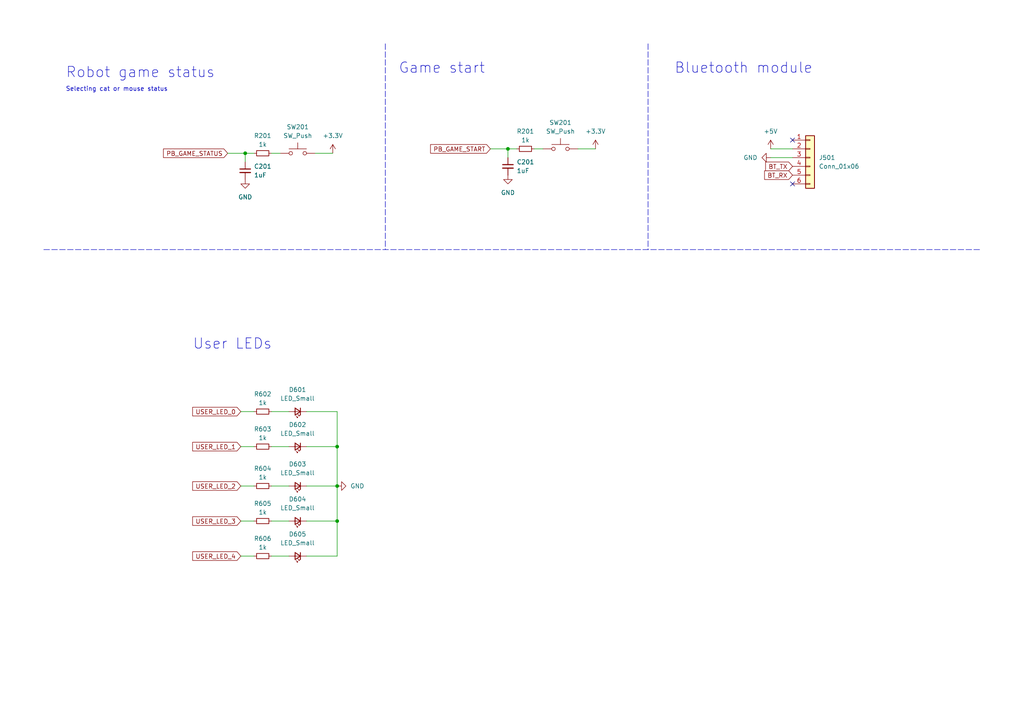
<source format=kicad_sch>
(kicad_sch (version 20230121) (generator eeschema)
  (paper "A4")
  (title_block (title "Robot chat - HIM") (date "2023-09-19") (rev "1.0") (company "ENSEA"))
  (lib_symbols
    (symbol "Connector_Generic:Conn_01x06" (pin_names (offset 1.016) hide)
      (property "Reference" "J" (at 0 7.62 0))
      (property "Value" "Conn_01x06" (at 0 -10.16 0))
      (symbol "Conn_01x06_1_1"
        (rectangle (start -1.27 -7.493) (end 0 -7.747) (stroke (width 0.1524)))
        (rectangle (start -1.27 -4.953) (end 0 -5.207) (stroke (width 0.1524)))
        (rectangle (start -1.27 -2.413) (end 0 -2.667) (stroke (width 0.1524)))
        (rectangle (start -1.27 0.127) (end 0 -0.127) (stroke (width 0.1524)))
        (rectangle (start -1.27 2.667) (end 0 2.413) (stroke (width 0.1524)))
        (rectangle (start -1.27 5.207) (end 0 4.953) (stroke (width 0.1524)))
        (rectangle (start -1.27 6.35) (end 1.27 -8.89) (stroke (width 0.254)) (fill (type background)))
        (pin passive line (at -5.08 5.08 0) (length 3.81) (name "Pin_1") (number "1"))
        (pin passive line (at -5.08 2.54 0) (length 3.81) (name "Pin_2") (number "2"))
        (pin passive line (at -5.08 0 0) (length 3.81) (name "Pin_3") (number "3"))
        (pin passive line (at -5.08 -2.54 0) (length 3.81) (name "Pin_4") (number "4"))
        (pin passive line (at -5.08 -5.08 0) (length 3.81) (name "Pin_5") (number "5"))
        (pin passive line (at -5.08 -7.62 0) (length 3.81) (name "Pin_6") (number "6"))
      )
    )
    (symbol "Device:C_Small" (pin_numbers hide) (pin_names (offset 0.254) hide)
      (property "Reference" "C" (at 0.254 1.778 0))
      (property "Value" "C_Small" (at 0.254 -2.032 0))
      (symbol "C_Small_0_1"
        (polyline (pts (xy -1.524 -0.508) (xy 1.524 -0.508)) (stroke (width 0.3302)))
        (polyline (pts (xy -1.524 0.508) (xy 1.524 0.508)) (stroke (width 0.3048)))
      )
      (symbol "C_Small_1_1"
        (pin passive line (at 0 2.54 270) (length 2.032) (name "~") (number "1"))
        (pin passive line (at 0 -2.54 90) (length 2.032) (name "~") (number "2"))
      )
    )
    (symbol "Device:LED_Small" (pin_numbers hide) (pin_names (offset 0.254) hide)
      (property "Reference" "D" (at -1.27 3.175 0))
      (property "Value" "LED_Small" (at -4.445 -2.54 0))
      (symbol "LED_Small_0_1"
        (polyline (pts (xy -0.762 -1.016) (xy -0.762 1.016)) (stroke (width 0.254)))
        (polyline (pts (xy 1.016 0) (xy -0.762 0)))
        (polyline (pts (xy 0.762 -1.016) (xy -0.762 0) (xy 0.762 1.016) (xy 0.762 -1.016)) (stroke (width 0.254)))
        (polyline (pts (xy 0 0.762) (xy -0.508 1.27) (xy -0.254 1.27) (xy -0.508 1.27) (xy -0.508 1.016)))
        (polyline (pts (xy 0.508 1.27) (xy 0 1.778) (xy 0.254 1.778) (xy 0 1.778) (xy 0 1.524)))
      )
      (symbol "LED_Small_1_1"
        (pin passive line (at -2.54 0 0) (length 1.778) (name "K") (number "1"))
        (pin passive line (at 2.54 0 180) (length 1.778) (name "A") (number "2"))
      )
    )
    (symbol "Device:R_Small" (pin_numbers hide) (pin_names (offset 0.254) hide)
      (property "Reference" "R" (at 0.762 0.508 0))
      (property "Value" "R_Small" (at 0.762 -1.016 0))
      (symbol "R_Small_0_1"
        (rectangle (start -0.762 1.778) (end 0.762 -1.778) (stroke (width 0.2032)))
      )
      (symbol "R_Small_1_1"
        (pin passive line (at 0 2.54 270) (length 0.762) (name "~") (number "1"))
        (pin passive line (at 0 -2.54 90) (length 0.762) (name "~") (number "2"))
      )
    )
    (symbol "Switch:SW_Push" (pin_numbers hide) (pin_names (offset 1.016) hide)
      (property "Reference" "SW" (at 1.27 2.54 0))
      (property "Value" "SW_Push" (at 0 -1.524 0))
      (symbol "SW_Push_0_1"
        (circle (center -2.032 0) (radius 0.508))
        (polyline (pts (xy 0 1.27) (xy 0 3.048)))
        (polyline (pts (xy 2.54 1.27) (xy -2.54 1.27)))
        (circle (center 2.032 0) (radius 0.508))
        (pin passive line (at -5.08 0 0) (length 2.54) (name "1") (number "1"))
        (pin passive line (at 5.08 0 180) (length 2.54) (name "2") (number "2"))
      )
    )
    (symbol "power:+3.3V" (power) (pin_names (offset 0))
      (property "Value" "+3.3V" (at 0 3.556 0))
      (symbol "+3.3V_0_1"
        (polyline (pts (xy -0.762 1.27) (xy 0 2.54)))
        (polyline (pts (xy 0 0) (xy 0 2.54)))
        (polyline (pts (xy 0 2.54) (xy 0.762 1.27)))
      )
      (symbol "+3.3V_1_1"
        (pin power_in line (at 0 0 90) (length 0) hide (name "+3.3V") (number "1"))
      )
    )
    (symbol "power:+5V" (power) (pin_names (offset 0))
      (property "Value" "+5V" (at 0 3.556 0))
      (symbol "+5V_0_1"
        (polyline (pts (xy -0.762 1.27) (xy 0 2.54)))
        (polyline (pts (xy 0 0) (xy 0 2.54)))
        (polyline (pts (xy 0 2.54) (xy 0.762 1.27)))
      )
      (symbol "+5V_1_1"
        (pin power_in line (at 0 0 90) (length 0) hide (name "+5V") (number "1"))
      )
    )
    (symbol "power:GND" (power) (pin_names (offset 0))
      (property "Value" "GND" (at 0 -3.81 0))
      (symbol "GND_0_1"
        (polyline (pts (xy 0 0) (xy 0 -1.27) (xy 1.27 -1.27) (xy 0 -2.54) (xy -1.27 -1.27) (xy 0 -1.27)))
      )
      (symbol "GND_1_1"
        (pin power_in line (at 0 0 270) (length 0) hide (name "GND") (number "1"))
      )
    )
  )
  (junction (at 71.12 44.45))
  (junction (at 97.79 129.54))
  (junction (at 97.79 140.97))
  (junction (at 97.79 151.13))
  (junction (at 147.32 43.18))
  (no_connect (at 229.87 40.64))
  (no_connect (at 229.87 53.34))
  (polyline (pts (xy 111.76 12.7) (xy 111.76 72.39)) (stroke (width 0) (type dash)))
  (wire (pts (xy 223.52 45.72) (xy 229.87 45.72)))
  (wire (pts (xy 223.52 43.18) (xy 229.87 43.18)))
  (wire (pts (xy 88.9 151.13) (xy 97.79 151.13)))
  (wire (pts (xy 97.79 129.54) (xy 97.79 140.97)))
  (wire (pts (xy 69.85 119.38) (xy 73.66 119.38)))
  (wire (pts (xy 66.04 44.45) (xy 71.12 44.45)))
  (wire (pts (xy 97.79 151.13) (xy 97.79 140.97)))
  (wire (pts (xy 147.32 43.18) (xy 147.32 45.72)))
  (wire (pts (xy 69.85 140.97) (xy 73.66 140.97)))
  (wire (pts (xy 88.9 161.29) (xy 97.79 161.29)))
  (wire (pts (xy 147.32 43.18) (xy 149.86 43.18)))
  (wire (pts (xy 91.44 44.45) (xy 96.52 44.45)))
  (wire (pts (xy 167.64 43.18) (xy 172.72 43.18)))
  (wire (pts (xy 88.9 129.54) (xy 97.79 129.54)))
  (wire (pts (xy 78.74 151.13) (xy 83.82 151.13)))
  (wire (pts (xy 69.85 151.13) (xy 73.66 151.13)))
  (wire (pts (xy 154.94 43.18) (xy 157.48 43.18)))
  (wire (pts (xy 142.24 43.18) (xy 147.32 43.18)))
  (wire (pts (xy 78.74 140.97) (xy 83.82 140.97)))
  (wire (pts (xy 78.74 161.29) (xy 83.82 161.29)))
  (wire (pts (xy 88.9 119.38) (xy 97.79 119.38)))
  (wire (pts (xy 69.85 161.29) (xy 73.66 161.29)))
  (wire (pts (xy 97.79 119.38) (xy 97.79 129.54)))
  (wire (pts (xy 78.74 44.45) (xy 81.28 44.45)))
  (wire (pts (xy 78.74 129.54) (xy 83.82 129.54)))
  (polyline (pts (xy 187.96 12.7) (xy 187.96 72.39)) (stroke (width 0) (type dash)))
  (wire (pts (xy 97.79 161.29) (xy 97.79 151.13)))
  (wire (pts (xy 69.85 129.54) (xy 73.66 129.54)))
  (wire (pts (xy 88.9 140.97) (xy 97.79 140.97)))
  (wire (pts (xy 78.74 119.38) (xy 83.82 119.38)))
  (wire (pts (xy 71.12 44.45) (xy 71.12 46.99)))
  (polyline (pts (xy 12.7 72.39) (xy 284.48 72.39)) (stroke (width 0) (type dash)))
  (wire (pts (xy 71.12 44.45) (xy 73.66 44.45)))
  (text "Game start" (at 115.57 21.59 0) (effects (font (size 3 3)) (justify left bottom)))
  (text "Selecting cat or mouse status" (at 19.05 26.67 0) (effects (font (size 1.27 1.27)) (justify left bottom)))
  (text "Robot game status" (at 19.05 22.86 0) (effects (font (size 3 3)) (justify left bottom)))
  (text "Bluetooth module" (at 195.58 21.59 0) (effects (font (size 3 3)) (justify left bottom)))
  (text "User LEDs" (at 55.88 101.6 0) (effects (font (size 3 3)) (justify left bottom)))
  (global_label "BT_TX" (shape input) (at 229.87 48.26 180) (property "Intersheetrefs" "${INTERSHEET_REFS}" (effects hide)))
  (global_label "USER_LED_3" (shape input) (at 69.85 151.13 180) (property "Intersheetrefs" "${INTERSHEET_REFS}" (effects hide)))
  (global_label "USER_LED_2" (shape input) (at 69.85 140.97 180) (property "Intersheetrefs" "${INTERSHEET_REFS}" (effects hide)))
  (global_label "PB_GAME_START" (shape input) (at 142.24 43.18 180) (property "Intersheetrefs" "${INTERSHEET_REFS}" (effects hide)))
  (global_label "USER_LED_4" (shape input) (at 69.85 161.29 180) (property "Intersheetrefs" "${INTERSHEET_REFS}" (effects hide)))
  (global_label "PB_GAME_STATUS" (shape input) (at 66.04 44.45 180) (property "Intersheetrefs" "${INTERSHEET_REFS}" (effects hide)))
  (global_label "BT_RX" (shape input) (at 229.87 50.8 180) (property "Intersheetrefs" "${INTERSHEET_REFS}" (effects hide)))
  (global_label "USER_LED_1" (shape input) (at 69.85 129.54 180) (property "Intersheetrefs" "${INTERSHEET_REFS}" (effects hide)))
  (global_label "USER_LED_0" (shape input) (at 69.85 119.38 180) (property "Intersheetrefs" "${INTERSHEET_REFS}" (effects hide)))
  (symbol (lib_id "power:GND") (at 147.32 50.8 0) (unit 1)
    (property "Reference" "#PWR0201" (effects hide))
    (property "Value" "GND" (at 147.32 55.88 0))
    (instances (project "robot_chat" (path "" (reference "#PWR0201") (unit 1)) (path "" (reference "#PWR0604") (unit 1))))
  )
  (symbol (lib_id "Device:R_Small") (at 76.2 151.13 90) (unit 1)
    (property "Reference" "R605" (at 76.2 146.05 90))
    (property "Value" "1k" (at 76.2 148.59 90))
    (property "Footprint" "Resistor_SMD:R_0603_1608Metric" (effects hide))
  )
  (symbol (lib_id "Device:R_Small") (at 76.2 44.45 90) (unit 1)
    (property "Reference" "R201" (at 76.2 39.37 90))
    (property "Value" "1k" (at 76.2 41.91 90))
    (property "Footprint" "Resistor_SMD:R_0603_1608Metric" (effects hide))
    (instances (project "robot_chat" (path "" (reference "R201") (unit 1)) (path "" (reference "R601") (unit 1))))
  )
  (symbol (lib_id "Device:R_Small") (at 76.2 161.29 90) (unit 1)
    (property "Reference" "R606" (at 76.2 156.21 90))
    (property "Value" "1k" (at 76.2 158.75 90))
    (property "Footprint" "Resistor_SMD:R_0603_1608Metric" (effects hide))
  )
  (symbol (lib_id "power:+5V") (at 223.52 43.18 0) (unit 1)
    (property "Reference" "#PWR0501" (effects hide))
    (property "Value" "+5V" (at 223.52 38.1 0))
    (instances (project "robot_chat" (path "" (reference "#PWR0501") (unit 1)) (path "" (reference "#PWR0606") (unit 1))))
  )
  (symbol (lib_id "power:+3.3V") (at 172.72 43.18 0) (unit 1)
    (property "Reference" "#PWR0202" (effects hide))
    (property "Value" "+3.3V" (at 172.72 38.1 0))
    (instances (project "robot_chat" (path "" (reference "#PWR0202") (unit 1)) (path "" (reference "#PWR0605") (unit 1))))
  )
  (symbol (lib_id "Device:LED_Small") (at 86.36 129.54 180) (unit 1)
    (property "Reference" "D602" (at 86.2965 123.19 0))
    (property "Value" "LED_Small" (at 86.2965 125.73 0))
  )
  (symbol (lib_id "Device:C_Small") (at 71.12 49.53 0) (unit 1)
    (property "Reference" "C201" (at 73.66 48.2663 0) (effects (justify left)))
    (property "Value" "1uF" (at 73.66 50.8063 0) (effects (justify left)))
    (property "Footprint" "Capacitor_SMD:C_0603_1608Metric" (effects hide))
    (instances (project "robot_chat" (path "" (reference "C201") (unit 1)) (path "" (reference "C601") (unit 1))))
  )
  (symbol (lib_id "power:GND") (at 71.12 52.07 0) (unit 1)
    (property "Reference" "#PWR0201" (effects hide))
    (property "Value" "GND" (at 71.12 57.15 0))
    (instances (project "robot_chat" (path "" (reference "#PWR0201") (unit 1)) (path "" (reference "#PWR0601") (unit 1))))
  )
  (symbol (lib_id "Switch:SW_Push") (at 162.56 43.18 0) (unit 1)
    (property "Reference" "SW201" (at 162.56 35.56 0))
    (property "Value" "SW_Push" (at 162.56 38.1 0))
    (property "Footprint" "Button_Switch_SMD:SW_SPST_B3U-1000P" (effects hide))
    (instances (project "robot_chat" (path "" (reference "SW201") (unit 1)) (path "" (reference "SW602") (unit 1))))
  )
  (symbol (lib_id "Device:R_Small") (at 76.2 129.54 90) (unit 1)
    (property "Reference" "R603" (at 76.2 124.46 90))
    (property "Value" "1k" (at 76.2 127 90))
    (property "Footprint" "Resistor_SMD:R_0603_1608Metric" (effects hide))
  )
  (symbol (lib_id "Device:LED_Small") (at 86.36 151.13 180) (unit 1)
    (property "Reference" "D604" (at 86.2965 144.78 0))
    (property "Value" "LED_Small" (at 86.2965 147.32 0))
  )
  (symbol (lib_id "power:GND") (at 97.79 140.97 90) (unit 1)
    (property "Reference" "#PWR0603" (effects hide))
    (property "Value" "GND" (at 101.6 140.97 90) (effects (justify right)))
  )
  (symbol (lib_id "power:+3.3V") (at 96.52 44.45 0) (unit 1)
    (property "Reference" "#PWR0202" (effects hide))
    (property "Value" "+3.3V" (at 96.52 39.37 0))
    (instances (project "robot_chat" (path "" (reference "#PWR0202") (unit 1)) (path "" (reference "#PWR0602") (unit 1))))
  )
  (symbol (lib_id "Device:R_Small") (at 76.2 119.38 90) (unit 1)
    (property "Reference" "R602" (at 76.2 114.3 90))
    (property "Value" "1k" (at 76.2 116.84 90))
    (property "Footprint" "Resistor_SMD:R_0603_1608Metric" (effects hide))
  )
  (symbol (lib_id "Switch:SW_Push") (at 86.36 44.45 0) (unit 1)
    (property "Reference" "SW201" (at 86.36 36.83 0))
    (property "Value" "SW_Push" (at 86.36 39.37 0))
    (property "Footprint" "Button_Switch_SMD:SW_SPST_B3U-1000P" (effects hide))
    (instances (project "robot_chat" (path "" (reference "SW201") (unit 1)) (path "" (reference "SW601") (unit 1))))
  )
  (symbol (lib_id "Device:R_Small") (at 76.2 140.97 90) (unit 1)
    (property "Reference" "R604" (at 76.2 135.89 90))
    (property "Value" "1k" (at 76.2 138.43 90))
    (property "Footprint" "Resistor_SMD:R_0603_1608Metric" (effects hide))
  )
  (symbol (lib_id "Device:R_Small") (at 152.4 43.18 90) (unit 1)
    (property "Reference" "R201" (at 152.4 38.1 90))
    (property "Value" "1k" (at 152.4 40.64 90))
    (property "Footprint" "Resistor_SMD:R_0603_1608Metric" (effects hide))
    (instances (project "robot_chat" (path "" (reference "R201") (unit 1)) (path "" (reference "R607") (unit 1))))
  )
  (symbol (lib_id "Device:LED_Small") (at 86.36 119.38 180) (unit 1)
    (property "Reference" "D601" (at 86.2965 113.03 0))
    (property "Value" "LED_Small" (at 86.2965 115.57 0))
  )
  (symbol (lib_id "Device:LED_Small") (at 86.36 140.97 180) (unit 1)
    (property "Reference" "D603" (at 86.2965 134.62 0))
    (property "Value" "LED_Small" (at 86.2965 137.16 0))
  )
  (symbol (lib_id "Device:C_Small") (at 147.32 48.26 0) (unit 1)
    (property "Reference" "C201" (at 149.86 46.9963 0) (effects (justify left)))
    (property "Value" "1uF" (at 149.86 49.5363 0) (effects (justify left)))
    (property "Footprint" "Capacitor_SMD:C_0603_1608Metric" (effects hide))
    (instances (project "robot_chat" (path "" (reference "C201") (unit 1)) (path "" (reference "C602") (unit 1))))
  )
  (symbol (lib_id "power:GND") (at 223.52 45.72 270) (unit 1)
    (property "Reference" "#PWR0502" (effects hide))
    (property "Value" "GND" (at 219.71 45.72 90) (effects (justify right)))
    (instances (project "robot_chat" (path "" (reference "#PWR0502") (unit 1)) (path "" (reference "#PWR0607") (unit 1))))
  )
  (symbol (lib_id "Device:LED_Small") (at 86.36 161.29 180) (unit 1)
    (property "Reference" "D605" (at 86.2965 154.94 0))
    (property "Value" "LED_Small" (at 86.2965 157.48 0))
  )
  (symbol (lib_id "Connector_Generic:Conn_01x06") (at 234.95 45.72 0) (unit 1)
    (property "Reference" "J501" (at 237.49 45.72 0) (effects (justify left)))
    (property "Value" "Conn_01x06" (at 237.49 48.26 0) (effects (justify left)))
    (instances (project "robot_chat" (path "" (reference "J501") (unit 1)) (path "" (reference "J601") (unit 1))))
  )
)
</source>
